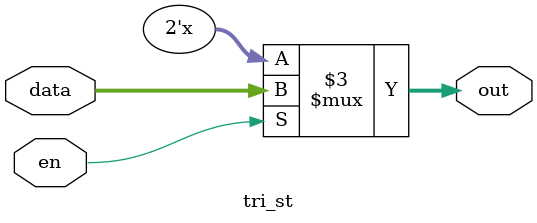
<source format=v>
module tri_st #(parameter N = 2)
(
  output reg[N-1:0] out,
  input        	  	en,
  input [N-1:0]     data
);

	always @(en or data)
  	if (en)
      out = data;
    else
      out = {N{1'bz}};

endmodule

//zadania:
//1 symulacja behawioralna
//2 zmienic we/wy na wektory
//3 sparametryzowac modul (opearator konkatencji)

</source>
